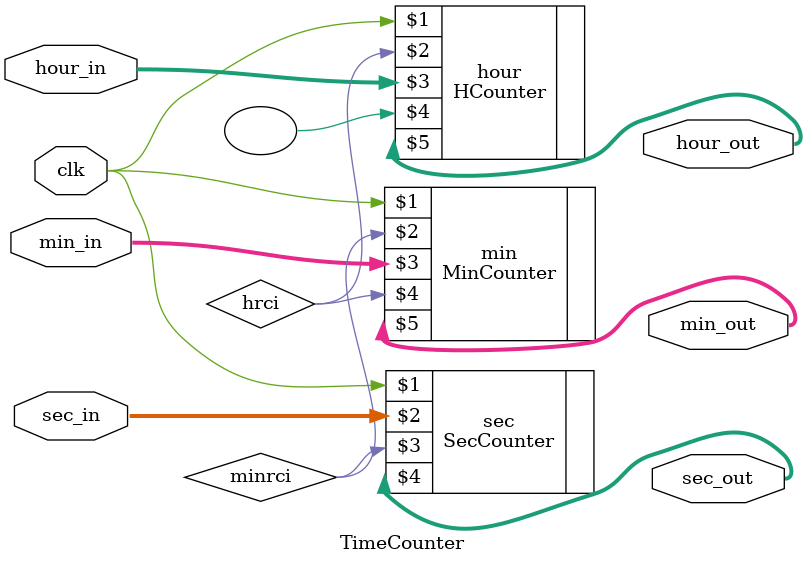
<source format=v>
module TimeCounter(
	input clk,
	input [5:0] hour_in,
	input [5:0] min_in,
	input [5:0] sec_in,
	output [5:0] hour_out,
	output [5:0] min_out,
	output [5:0] sec_out
    );
	wire minrci, hrci;

	
SecCounter sec(clk, sec_in, minrci, sec_out);
MinCounter min(clk, minrci, min_in, hrci, min_out);
HCounter hour(clk, hrci, hour_in, ,hour_out);


endmodule

</source>
